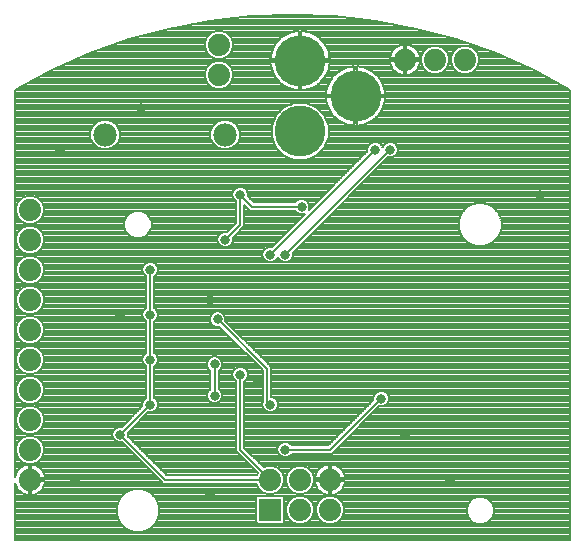
<source format=gbl>
G75*
G70*
%OFA0B0*%
%FSLAX24Y24*%
%IPPOS*%
%LPD*%
%AMOC8*
5,1,8,0,0,1.08239X$1,22.5*
%
%ADD10R,0.0740X0.0740*%
%ADD11C,0.0740*%
%ADD12C,0.1700*%
%ADD13C,0.0780*%
%ADD14C,0.0320*%
%ADD15C,0.0080*%
D10*
X009554Y001601D03*
D11*
X009554Y002601D03*
X010554Y002601D03*
X010554Y001601D03*
X011554Y001601D03*
X011554Y002601D03*
X001554Y002601D03*
X001554Y003601D03*
X001554Y004601D03*
X001554Y005601D03*
X001554Y006601D03*
X001554Y007601D03*
X001554Y008601D03*
X001554Y009601D03*
X001554Y010601D03*
X001554Y011601D03*
X007854Y016101D03*
X007854Y017101D03*
X014054Y016601D03*
X015054Y016601D03*
X016054Y016601D03*
D12*
X012405Y015388D03*
X010554Y014207D03*
X010554Y016569D03*
D13*
X008054Y014101D03*
X004054Y014101D03*
D14*
X005254Y015001D03*
X002554Y013601D03*
X005554Y009601D03*
X005554Y008101D03*
X004554Y008101D03*
X005554Y006601D03*
X005554Y005101D03*
X004554Y004101D03*
X003054Y002601D03*
X007554Y002101D03*
X010054Y003601D03*
X009554Y005101D03*
X009154Y005901D03*
X008554Y006101D03*
X007704Y006451D03*
X007704Y005401D03*
X007804Y007951D03*
X007554Y008601D03*
X008054Y010601D03*
X009554Y010101D03*
X010054Y010101D03*
X010604Y011701D03*
X008554Y012101D03*
X013054Y013601D03*
X013554Y013601D03*
X018554Y012101D03*
X013254Y005301D03*
X014054Y004101D03*
X015554Y002601D03*
D15*
X001054Y002498D02*
X001054Y000601D01*
X019554Y000601D01*
X019554Y015601D01*
X018333Y016253D01*
X017066Y016811D01*
X015760Y017273D01*
X014424Y017634D01*
X013064Y017894D01*
X011688Y018050D01*
X010304Y018102D01*
X008921Y018050D01*
X007545Y017894D01*
X006185Y017634D01*
X004848Y017273D01*
X003543Y016811D01*
X002276Y016253D01*
X001054Y015601D01*
X001054Y002704D01*
X001057Y002720D01*
X001082Y002797D01*
X001118Y002868D01*
X001165Y002933D01*
X001222Y002990D01*
X001287Y003037D01*
X001359Y003073D01*
X001435Y003098D01*
X001514Y003111D01*
X001514Y003111D01*
X001514Y002641D01*
X001594Y002641D01*
X001594Y003111D01*
X001594Y003111D01*
X001674Y003098D01*
X001750Y003073D01*
X001822Y003037D01*
X001887Y002990D01*
X001943Y002933D01*
X001990Y002868D01*
X002027Y002797D01*
X002052Y002720D01*
X002064Y002641D01*
X002064Y002641D01*
X001594Y002641D01*
X001594Y002561D01*
X001594Y002091D01*
X001594Y002091D01*
X001674Y002103D01*
X001750Y002128D01*
X001822Y002165D01*
X001887Y002212D01*
X001943Y002269D01*
X001990Y002333D01*
X002027Y002405D01*
X002052Y002481D01*
X002064Y002561D01*
X001594Y002561D01*
X001514Y002561D01*
X001514Y002091D01*
X001514Y002091D01*
X001435Y002103D01*
X001359Y002128D01*
X001287Y002165D01*
X001222Y002212D01*
X001165Y002269D01*
X001118Y002333D01*
X001082Y002405D01*
X001057Y002481D01*
X001054Y002498D01*
X001054Y002457D02*
X001065Y002457D01*
X001054Y002379D02*
X001095Y002379D01*
X001054Y002300D02*
X001142Y002300D01*
X001212Y002221D02*
X001054Y002221D01*
X001054Y002143D02*
X001330Y002143D01*
X001514Y002143D02*
X001594Y002143D01*
X001594Y002221D02*
X001514Y002221D01*
X001514Y002300D02*
X001594Y002300D01*
X001594Y002379D02*
X001514Y002379D01*
X001514Y002457D02*
X001594Y002457D01*
X001594Y002536D02*
X001514Y002536D01*
X001594Y002614D02*
X005843Y002614D01*
X005914Y002543D02*
X005996Y002461D01*
X009104Y002461D01*
X009156Y002335D01*
X009288Y002202D01*
X009461Y002131D01*
X009648Y002131D01*
X009821Y002202D01*
X009953Y002335D01*
X010024Y002507D01*
X010024Y002694D01*
X009953Y002867D01*
X009821Y002999D01*
X009648Y003071D01*
X009461Y003071D01*
X009335Y003018D01*
X008694Y003659D01*
X008694Y005877D01*
X008702Y005880D01*
X008775Y005954D01*
X008814Y006049D01*
X008814Y006152D01*
X008775Y006248D01*
X008702Y006321D01*
X008606Y006361D01*
X008503Y006361D01*
X008407Y006321D01*
X008334Y006248D01*
X008294Y006152D01*
X008294Y006049D01*
X008334Y005954D01*
X008407Y005880D01*
X008414Y005877D01*
X008414Y003659D01*
X008414Y003543D01*
X009137Y002821D01*
X009104Y002741D01*
X006112Y002741D01*
X004811Y004042D01*
X004814Y004049D01*
X004814Y004152D01*
X004811Y004160D01*
X005495Y004844D01*
X005503Y004841D01*
X005606Y004841D01*
X005702Y004880D01*
X005775Y004954D01*
X005814Y005049D01*
X008414Y005049D01*
X008414Y005128D02*
X005814Y005128D01*
X005814Y005152D02*
X005775Y005248D01*
X005702Y005321D01*
X005694Y005324D01*
X005694Y006377D01*
X005702Y006380D01*
X005775Y006454D01*
X005814Y006549D01*
X005814Y006652D01*
X005775Y006748D01*
X005702Y006821D01*
X005694Y006824D01*
X005694Y007877D01*
X005702Y007880D01*
X005775Y007954D01*
X005814Y008049D01*
X005814Y008152D01*
X005775Y008248D01*
X005702Y008321D01*
X005694Y008324D01*
X005694Y009377D01*
X005702Y009380D01*
X005775Y009454D01*
X005814Y009549D01*
X005814Y009652D01*
X005775Y009748D01*
X005702Y009821D01*
X005606Y009861D01*
X005503Y009861D01*
X005407Y009821D01*
X005334Y009748D01*
X005294Y009652D01*
X005294Y009549D01*
X005334Y009454D01*
X005407Y009380D01*
X005414Y009377D01*
X005414Y008324D01*
X005407Y008321D01*
X005334Y008248D01*
X005294Y008152D01*
X005294Y008049D01*
X005334Y007954D01*
X005407Y007880D01*
X005414Y007877D01*
X005414Y006824D01*
X005407Y006821D01*
X005334Y006748D01*
X005294Y006652D01*
X005294Y006549D01*
X005334Y006454D01*
X005407Y006380D01*
X005414Y006377D01*
X005414Y005324D01*
X005407Y005321D01*
X005334Y005248D01*
X005294Y005152D01*
X005294Y005049D01*
X001700Y005049D01*
X001648Y005071D02*
X001461Y005071D01*
X001288Y004999D01*
X001156Y004867D01*
X001084Y004694D01*
X001084Y004507D01*
X001156Y004335D01*
X001288Y004202D01*
X001461Y004131D01*
X001648Y004131D01*
X001821Y004202D01*
X001953Y004335D01*
X002024Y004507D01*
X002024Y004694D01*
X001953Y004867D01*
X001821Y004999D01*
X001648Y005071D01*
X001648Y005131D02*
X001821Y005202D01*
X001953Y005335D01*
X002024Y005507D01*
X002024Y005694D01*
X001953Y005867D01*
X001821Y005999D01*
X001648Y006071D01*
X001461Y006071D01*
X001288Y005999D01*
X001156Y005867D01*
X001084Y005694D01*
X001084Y005507D01*
X001156Y005335D01*
X001288Y005202D01*
X001461Y005131D01*
X001648Y005131D01*
X001824Y005206D02*
X005317Y005206D01*
X005294Y005128D02*
X001054Y005128D01*
X001054Y005206D02*
X001284Y005206D01*
X001206Y005285D02*
X001054Y005285D01*
X001054Y005363D02*
X001144Y005363D01*
X001111Y005442D02*
X001054Y005442D01*
X001054Y005520D02*
X001084Y005520D01*
X001084Y005599D02*
X001054Y005599D01*
X001054Y005677D02*
X001084Y005677D01*
X001110Y005756D02*
X001054Y005756D01*
X001054Y005834D02*
X001142Y005834D01*
X001202Y005913D02*
X001054Y005913D01*
X001054Y005992D02*
X001280Y005992D01*
X001459Y006070D02*
X001054Y006070D01*
X001054Y006149D02*
X001418Y006149D01*
X001461Y006131D02*
X001288Y006202D01*
X001156Y006335D01*
X001084Y006507D01*
X001084Y006694D01*
X001156Y006867D01*
X001288Y006999D01*
X001461Y007071D01*
X001648Y007071D01*
X001821Y006999D01*
X001953Y006867D01*
X002024Y006694D01*
X002024Y006507D01*
X001953Y006335D01*
X001821Y006202D01*
X001648Y006131D01*
X001461Y006131D01*
X001649Y006070D02*
X005414Y006070D01*
X005414Y005992D02*
X001828Y005992D01*
X001907Y005913D02*
X005414Y005913D01*
X005414Y005834D02*
X001966Y005834D01*
X001999Y005756D02*
X005414Y005756D01*
X005414Y005677D02*
X002024Y005677D01*
X002024Y005599D02*
X005414Y005599D01*
X005414Y005520D02*
X002024Y005520D01*
X001997Y005442D02*
X005414Y005442D01*
X005414Y005363D02*
X001965Y005363D01*
X001903Y005285D02*
X005371Y005285D01*
X005294Y005049D02*
X005297Y005042D01*
X004613Y004358D01*
X004606Y004361D01*
X004503Y004361D01*
X004407Y004321D01*
X004334Y004248D01*
X004294Y004152D01*
X004294Y004049D01*
X004334Y003954D01*
X004407Y003880D01*
X004503Y003841D01*
X004606Y003841D01*
X004613Y003844D01*
X005914Y002543D01*
X005921Y002536D02*
X002060Y002536D01*
X002064Y002561D02*
X002064Y002561D01*
X002044Y002457D02*
X009105Y002457D01*
X009138Y002379D02*
X002013Y002379D01*
X001966Y002300D02*
X009190Y002300D01*
X009269Y002221D02*
X005442Y002221D01*
X005553Y002175D02*
X005290Y002284D01*
X005006Y002284D01*
X004743Y002175D01*
X004542Y001974D01*
X004433Y001712D01*
X004433Y001427D01*
X004542Y001165D01*
X004743Y000964D01*
X005006Y000855D01*
X005290Y000855D01*
X005553Y000964D01*
X005754Y001165D01*
X005863Y001427D01*
X005863Y001712D01*
X005754Y001974D01*
X005553Y002175D01*
X005586Y002143D02*
X009432Y002143D01*
X009143Y002071D02*
X009084Y002012D01*
X009084Y001189D01*
X009143Y001131D01*
X009966Y001131D01*
X010024Y001189D01*
X010024Y002012D01*
X009966Y002071D01*
X009143Y002071D01*
X009136Y002064D02*
X005664Y002064D01*
X005743Y001986D02*
X009084Y001986D01*
X009084Y001907D02*
X005782Y001907D01*
X005814Y001829D02*
X009084Y001829D01*
X009084Y001750D02*
X005847Y001750D01*
X005863Y001672D02*
X009084Y001672D01*
X009084Y001593D02*
X005863Y001593D01*
X005863Y001515D02*
X009084Y001515D01*
X009084Y001436D02*
X005863Y001436D01*
X005834Y001357D02*
X009084Y001357D01*
X009084Y001279D02*
X005801Y001279D01*
X005769Y001200D02*
X009084Y001200D01*
X010024Y001200D02*
X010293Y001200D01*
X010288Y001202D02*
X010461Y001131D01*
X010648Y001131D01*
X010821Y001202D01*
X010953Y001335D01*
X011024Y001507D01*
X011024Y001694D01*
X010953Y001867D01*
X010821Y001999D01*
X010648Y002071D01*
X010461Y002071D01*
X010288Y001999D01*
X010156Y001867D01*
X010084Y001694D01*
X010084Y001507D01*
X010156Y001335D01*
X010288Y001202D01*
X010211Y001279D02*
X010024Y001279D01*
X010024Y001357D02*
X010146Y001357D01*
X010114Y001436D02*
X010024Y001436D01*
X010024Y001515D02*
X010084Y001515D01*
X010084Y001593D02*
X010024Y001593D01*
X010024Y001672D02*
X010084Y001672D01*
X010108Y001750D02*
X010024Y001750D01*
X010024Y001829D02*
X010140Y001829D01*
X010196Y001907D02*
X010024Y001907D01*
X010024Y001986D02*
X010275Y001986D01*
X010445Y002064D02*
X009972Y002064D01*
X009840Y002221D02*
X010269Y002221D01*
X010288Y002202D02*
X010156Y002335D01*
X010084Y002507D01*
X010084Y002694D01*
X010156Y002867D01*
X010288Y002999D01*
X010461Y003071D01*
X010648Y003071D01*
X010821Y002999D01*
X010953Y002867D01*
X011024Y002694D01*
X011024Y002507D01*
X010953Y002335D01*
X010821Y002202D01*
X010648Y002131D01*
X010461Y002131D01*
X010288Y002202D01*
X010190Y002300D02*
X009918Y002300D01*
X009971Y002379D02*
X010138Y002379D01*
X010105Y002457D02*
X010004Y002457D01*
X010024Y002536D02*
X010084Y002536D01*
X010084Y002614D02*
X010024Y002614D01*
X010024Y002693D02*
X010084Y002693D01*
X010116Y002771D02*
X009992Y002771D01*
X009960Y002850D02*
X010149Y002850D01*
X010217Y002928D02*
X009891Y002928D01*
X009802Y003007D02*
X010307Y003007D01*
X010202Y003380D02*
X010275Y003454D01*
X010278Y003461D01*
X011496Y003461D01*
X011612Y003461D01*
X013195Y005044D01*
X013203Y005041D01*
X013306Y005041D01*
X013402Y005080D01*
X013475Y005154D01*
X013514Y005249D01*
X013514Y005352D01*
X013475Y005448D01*
X013402Y005521D01*
X013306Y005561D01*
X013203Y005561D01*
X013107Y005521D01*
X013034Y005448D01*
X012994Y005352D01*
X012994Y005249D01*
X012997Y005242D01*
X011496Y003741D01*
X010278Y003741D01*
X010275Y003748D01*
X010202Y003821D01*
X010106Y003861D01*
X010003Y003861D01*
X009907Y003821D01*
X009834Y003748D01*
X009794Y003652D01*
X009794Y003549D01*
X009834Y003454D01*
X009907Y003380D01*
X010003Y003341D01*
X010106Y003341D01*
X010202Y003380D01*
X010221Y003400D02*
X019554Y003400D01*
X019554Y003478D02*
X011630Y003478D01*
X011708Y003557D02*
X019554Y003557D01*
X019554Y003635D02*
X011787Y003635D01*
X011865Y003714D02*
X019554Y003714D01*
X019554Y003792D02*
X011944Y003792D01*
X012022Y003871D02*
X019554Y003871D01*
X019554Y003949D02*
X012101Y003949D01*
X012179Y004028D02*
X019554Y004028D01*
X019554Y004106D02*
X012258Y004106D01*
X012337Y004185D02*
X019554Y004185D01*
X019554Y004264D02*
X012415Y004264D01*
X012494Y004342D02*
X019554Y004342D01*
X019554Y004421D02*
X012572Y004421D01*
X012651Y004499D02*
X019554Y004499D01*
X019554Y004578D02*
X012729Y004578D01*
X012808Y004656D02*
X019554Y004656D01*
X019554Y004735D02*
X012886Y004735D01*
X012965Y004813D02*
X019554Y004813D01*
X019554Y004892D02*
X013043Y004892D01*
X013122Y004970D02*
X019554Y004970D01*
X019554Y005049D02*
X013326Y005049D01*
X013449Y005128D02*
X019554Y005128D01*
X019554Y005206D02*
X013496Y005206D01*
X013514Y005285D02*
X019554Y005285D01*
X019554Y005363D02*
X013510Y005363D01*
X013477Y005442D02*
X019554Y005442D01*
X019554Y005520D02*
X013402Y005520D01*
X013254Y005301D02*
X011554Y003601D01*
X010054Y003601D01*
X009878Y003792D02*
X008694Y003792D01*
X008694Y003714D02*
X009820Y003714D01*
X009794Y003635D02*
X008718Y003635D01*
X008796Y003557D02*
X009794Y003557D01*
X009824Y003478D02*
X008875Y003478D01*
X008953Y003400D02*
X009888Y003400D01*
X010230Y003792D02*
X011548Y003792D01*
X011626Y003871D02*
X008694Y003871D01*
X008694Y003949D02*
X011705Y003949D01*
X011784Y004028D02*
X008694Y004028D01*
X008694Y004106D02*
X011862Y004106D01*
X011941Y004185D02*
X008694Y004185D01*
X008694Y004264D02*
X012019Y004264D01*
X012098Y004342D02*
X008694Y004342D01*
X008694Y004421D02*
X012176Y004421D01*
X012255Y004499D02*
X008694Y004499D01*
X008694Y004578D02*
X012333Y004578D01*
X012412Y004656D02*
X008694Y004656D01*
X008694Y004735D02*
X012490Y004735D01*
X012569Y004813D02*
X008694Y004813D01*
X008694Y004892D02*
X009395Y004892D01*
X009407Y004880D02*
X009503Y004841D01*
X009606Y004841D01*
X009702Y004880D01*
X009775Y004954D01*
X009814Y005049D01*
X012805Y005049D01*
X012883Y005128D02*
X009814Y005128D01*
X009814Y005152D02*
X009775Y005248D01*
X009702Y005321D01*
X009606Y005361D01*
X009594Y005361D01*
X009594Y006359D01*
X009512Y006441D01*
X008061Y007892D01*
X008064Y007899D01*
X008064Y008002D01*
X008025Y008098D01*
X007952Y008171D01*
X007856Y008211D01*
X007753Y008211D01*
X007657Y008171D01*
X007584Y008098D01*
X007544Y008002D01*
X007544Y007899D01*
X007584Y007804D01*
X007657Y007730D01*
X007753Y007691D01*
X007856Y007691D01*
X007863Y007694D01*
X009314Y006243D01*
X009314Y005259D01*
X009314Y005201D01*
X009294Y005152D01*
X009294Y005049D01*
X008694Y005049D01*
X008694Y005128D02*
X009294Y005128D01*
X009294Y005049D02*
X009334Y004954D01*
X009407Y004880D01*
X009327Y004970D02*
X008694Y004970D01*
X008694Y005206D02*
X009314Y005206D01*
X009314Y005285D02*
X008694Y005285D01*
X008694Y005363D02*
X009314Y005363D01*
X009314Y005442D02*
X008694Y005442D01*
X008694Y005520D02*
X009314Y005520D01*
X009314Y005599D02*
X008694Y005599D01*
X008694Y005677D02*
X009314Y005677D01*
X009314Y005756D02*
X008694Y005756D01*
X008694Y005834D02*
X009314Y005834D01*
X009314Y005913D02*
X008734Y005913D01*
X008790Y005992D02*
X009314Y005992D01*
X009314Y006070D02*
X008814Y006070D01*
X008814Y006149D02*
X009314Y006149D01*
X009314Y006227D02*
X008783Y006227D01*
X008717Y006306D02*
X009251Y006306D01*
X009173Y006384D02*
X007958Y006384D01*
X007964Y006399D02*
X007925Y006304D01*
X007852Y006230D01*
X007844Y006227D01*
X008325Y006227D01*
X008294Y006149D02*
X007844Y006149D01*
X007844Y006227D02*
X007844Y005624D01*
X007852Y005621D01*
X007925Y005548D01*
X007964Y005452D01*
X007964Y005349D01*
X007925Y005254D01*
X007852Y005180D01*
X007756Y005141D01*
X007653Y005141D01*
X007557Y005180D01*
X007484Y005254D01*
X007444Y005349D01*
X007444Y005452D01*
X007484Y005548D01*
X007557Y005621D01*
X007564Y005624D01*
X007564Y006227D01*
X005694Y006227D01*
X005694Y006149D02*
X007564Y006149D01*
X007564Y006227D02*
X007557Y006230D01*
X007484Y006304D01*
X007444Y006399D01*
X007444Y006502D01*
X007484Y006598D01*
X007557Y006671D01*
X007653Y006711D01*
X007756Y006711D01*
X007852Y006671D01*
X007925Y006598D01*
X007964Y006502D01*
X007964Y006399D01*
X007964Y006463D02*
X009094Y006463D01*
X009016Y006541D02*
X007948Y006541D01*
X007903Y006620D02*
X008937Y006620D01*
X008859Y006698D02*
X007786Y006698D01*
X007623Y006698D02*
X005795Y006698D01*
X005814Y006620D02*
X007506Y006620D01*
X007460Y006541D02*
X005811Y006541D01*
X005779Y006463D02*
X007444Y006463D01*
X007450Y006384D02*
X005705Y006384D01*
X005694Y006306D02*
X007483Y006306D01*
X007564Y006070D02*
X005694Y006070D01*
X005694Y005992D02*
X007564Y005992D01*
X007564Y005913D02*
X005694Y005913D01*
X005694Y005834D02*
X007564Y005834D01*
X007564Y005756D02*
X005694Y005756D01*
X005694Y005677D02*
X007564Y005677D01*
X007535Y005599D02*
X005694Y005599D01*
X005694Y005520D02*
X007472Y005520D01*
X007444Y005442D02*
X005694Y005442D01*
X005694Y005363D02*
X007444Y005363D01*
X007471Y005285D02*
X005738Y005285D01*
X005792Y005206D02*
X007531Y005206D01*
X007704Y005401D02*
X007704Y006451D01*
X007926Y006306D02*
X008392Y006306D01*
X008294Y006070D02*
X007844Y006070D01*
X007844Y005992D02*
X008318Y005992D01*
X008374Y005913D02*
X007844Y005913D01*
X007844Y005834D02*
X008414Y005834D01*
X008414Y005756D02*
X007844Y005756D01*
X007844Y005677D02*
X008414Y005677D01*
X008414Y005599D02*
X007874Y005599D01*
X007936Y005520D02*
X008414Y005520D01*
X008414Y005442D02*
X007964Y005442D01*
X007964Y005363D02*
X008414Y005363D01*
X008414Y005285D02*
X007938Y005285D01*
X007877Y005206D02*
X008414Y005206D01*
X008414Y004970D02*
X005782Y004970D01*
X005814Y005049D02*
X005814Y005152D01*
X005554Y005101D02*
X005554Y006601D01*
X005554Y008101D01*
X005554Y009601D01*
X005453Y009840D02*
X001964Y009840D01*
X001953Y009867D02*
X002024Y009694D01*
X002024Y009507D01*
X001953Y009335D01*
X001821Y009202D01*
X001648Y009131D01*
X001461Y009131D01*
X001288Y009202D01*
X001156Y009335D01*
X001084Y009507D01*
X001084Y009694D01*
X001156Y009867D01*
X001288Y009999D01*
X001461Y010071D01*
X001648Y010071D01*
X001821Y009999D01*
X001953Y009867D01*
X001901Y009919D02*
X009369Y009919D01*
X009334Y009954D02*
X009407Y009880D01*
X009503Y009841D01*
X009606Y009841D01*
X009702Y009880D01*
X009775Y009954D01*
X009804Y010025D01*
X009834Y009954D01*
X009907Y009880D01*
X010003Y009841D01*
X010106Y009841D01*
X010202Y009880D01*
X010275Y009954D01*
X010314Y010049D01*
X010314Y010152D01*
X010311Y010160D01*
X013495Y013344D01*
X013503Y013341D01*
X013606Y013341D01*
X013702Y013380D01*
X013775Y013454D01*
X013814Y013549D01*
X013814Y013652D01*
X013775Y013748D01*
X013702Y013821D01*
X013606Y013861D01*
X013503Y013861D01*
X013407Y013821D01*
X013334Y013748D01*
X013304Y013677D01*
X013275Y013748D01*
X013202Y013821D01*
X013106Y013861D01*
X013003Y013861D01*
X012907Y013821D01*
X012834Y013748D01*
X012794Y013652D01*
X012794Y013549D01*
X012797Y013542D01*
X010836Y011580D01*
X010864Y011649D01*
X010864Y011752D01*
X010825Y011848D01*
X010752Y011921D01*
X010656Y011961D01*
X010553Y011961D01*
X010457Y011921D01*
X010384Y011848D01*
X010381Y011841D01*
X009012Y011841D01*
X008811Y012042D01*
X008814Y012049D01*
X008814Y012152D01*
X008775Y012248D01*
X008702Y012321D01*
X008606Y012361D01*
X008503Y012361D01*
X008407Y012321D01*
X008334Y012248D01*
X008294Y012152D01*
X008294Y012049D01*
X008334Y011954D01*
X008407Y011880D01*
X008414Y011877D01*
X008414Y011159D01*
X008113Y010858D01*
X008106Y010861D01*
X008003Y010861D01*
X007907Y010821D01*
X007834Y010748D01*
X007794Y010652D01*
X007794Y010549D01*
X007834Y010454D01*
X007907Y010380D01*
X008003Y010341D01*
X008106Y010341D01*
X008202Y010380D01*
X008275Y010454D01*
X008314Y010549D01*
X008314Y010652D01*
X008311Y010660D01*
X008694Y011043D01*
X008694Y011159D01*
X008694Y011763D01*
X008896Y011561D01*
X009012Y011561D01*
X010381Y011561D01*
X010384Y011554D01*
X010457Y011480D01*
X010553Y011441D01*
X010656Y011441D01*
X010725Y011469D01*
X009613Y010358D01*
X009606Y010361D01*
X009503Y010361D01*
X009407Y010321D01*
X009334Y010248D01*
X009294Y010152D01*
X009294Y010049D01*
X009334Y009954D01*
X009316Y009997D02*
X001823Y009997D01*
X001705Y010154D02*
X009295Y010154D01*
X009294Y010076D02*
X001054Y010076D01*
X001054Y010154D02*
X001404Y010154D01*
X001461Y010131D02*
X001288Y010202D01*
X001156Y010335D01*
X001084Y010507D01*
X001084Y010694D01*
X001156Y010867D01*
X001288Y010999D01*
X001461Y011071D01*
X001648Y011071D01*
X001821Y010999D01*
X001953Y010867D01*
X002024Y010694D01*
X002024Y010507D01*
X001953Y010335D01*
X001821Y010202D01*
X001648Y010131D01*
X001461Y010131D01*
X001286Y009997D02*
X001054Y009997D01*
X001054Y009919D02*
X001208Y009919D01*
X001145Y009840D02*
X001054Y009840D01*
X001054Y009762D02*
X001112Y009762D01*
X001084Y009683D02*
X001054Y009683D01*
X001054Y009605D02*
X001084Y009605D01*
X001084Y009526D02*
X001054Y009526D01*
X001054Y009447D02*
X001109Y009447D01*
X001142Y009369D02*
X001054Y009369D01*
X001054Y009290D02*
X001200Y009290D01*
X001279Y009212D02*
X001054Y009212D01*
X001054Y009133D02*
X001455Y009133D01*
X001461Y009071D02*
X001288Y008999D01*
X001156Y008867D01*
X001084Y008694D01*
X001084Y008507D01*
X001156Y008335D01*
X001288Y008202D01*
X001461Y008131D01*
X001648Y008131D01*
X001821Y008202D01*
X001953Y008335D01*
X002024Y008507D01*
X002024Y008694D01*
X001953Y008867D01*
X001821Y008999D01*
X001648Y009071D01*
X001461Y009071D01*
X001422Y009055D02*
X001054Y009055D01*
X001054Y008976D02*
X001265Y008976D01*
X001186Y008898D02*
X001054Y008898D01*
X001054Y008819D02*
X001136Y008819D01*
X001104Y008741D02*
X001054Y008741D01*
X001054Y008662D02*
X001084Y008662D01*
X001084Y008583D02*
X001054Y008583D01*
X001054Y008505D02*
X001085Y008505D01*
X001054Y008426D02*
X001118Y008426D01*
X001150Y008348D02*
X001054Y008348D01*
X001054Y008269D02*
X001221Y008269D01*
X001316Y008191D02*
X001054Y008191D01*
X001054Y008112D02*
X005294Y008112D01*
X005301Y008034D02*
X001737Y008034D01*
X001821Y007999D02*
X001648Y008071D01*
X001461Y008071D01*
X001288Y007999D01*
X001156Y007867D01*
X001084Y007694D01*
X001084Y007507D01*
X001156Y007335D01*
X001288Y007202D01*
X001461Y007131D01*
X001648Y007131D01*
X001821Y007202D01*
X001953Y007335D01*
X002024Y007507D01*
X002024Y007694D01*
X001953Y007867D01*
X001821Y007999D01*
X001865Y007955D02*
X005333Y007955D01*
X005414Y007877D02*
X001943Y007877D01*
X001981Y007798D02*
X005414Y007798D01*
X005414Y007719D02*
X002014Y007719D01*
X002024Y007641D02*
X005414Y007641D01*
X005414Y007562D02*
X002024Y007562D01*
X002015Y007484D02*
X005414Y007484D01*
X005414Y007405D02*
X001982Y007405D01*
X001945Y007327D02*
X005414Y007327D01*
X005414Y007248D02*
X001866Y007248D01*
X001742Y007170D02*
X005414Y007170D01*
X005414Y007091D02*
X001054Y007091D01*
X001054Y007013D02*
X001320Y007013D01*
X001223Y006934D02*
X001054Y006934D01*
X001054Y006856D02*
X001151Y006856D01*
X001119Y006777D02*
X001054Y006777D01*
X001054Y006698D02*
X001086Y006698D01*
X001084Y006620D02*
X001054Y006620D01*
X001054Y006541D02*
X001084Y006541D01*
X001103Y006463D02*
X001054Y006463D01*
X001054Y006384D02*
X001135Y006384D01*
X001185Y006306D02*
X001054Y006306D01*
X001054Y006227D02*
X001263Y006227D01*
X001691Y006149D02*
X005414Y006149D01*
X005414Y006227D02*
X001845Y006227D01*
X001924Y006306D02*
X005414Y006306D01*
X005403Y006384D02*
X001973Y006384D01*
X002006Y006463D02*
X005330Y006463D01*
X005298Y006541D02*
X002024Y006541D01*
X002024Y006620D02*
X005294Y006620D01*
X005313Y006698D02*
X002023Y006698D01*
X001990Y006777D02*
X005363Y006777D01*
X005414Y006856D02*
X001958Y006856D01*
X001886Y006934D02*
X005414Y006934D01*
X005414Y007013D02*
X001788Y007013D01*
X001367Y007170D02*
X001054Y007170D01*
X001054Y007248D02*
X001242Y007248D01*
X001164Y007327D02*
X001054Y007327D01*
X001054Y007405D02*
X001127Y007405D01*
X001094Y007484D02*
X001054Y007484D01*
X001054Y007562D02*
X001084Y007562D01*
X001084Y007641D02*
X001054Y007641D01*
X001054Y007719D02*
X001095Y007719D01*
X001127Y007798D02*
X001054Y007798D01*
X001054Y007877D02*
X001165Y007877D01*
X001244Y007955D02*
X001054Y007955D01*
X001054Y008034D02*
X001371Y008034D01*
X001793Y008191D02*
X005310Y008191D01*
X005355Y008269D02*
X001888Y008269D01*
X001958Y008348D02*
X005414Y008348D01*
X005414Y008426D02*
X001991Y008426D01*
X002023Y008505D02*
X005414Y008505D01*
X005414Y008583D02*
X002024Y008583D01*
X002024Y008662D02*
X005414Y008662D01*
X005414Y008741D02*
X002005Y008741D01*
X001973Y008819D02*
X005414Y008819D01*
X005414Y008898D02*
X001922Y008898D01*
X001844Y008976D02*
X005414Y008976D01*
X005414Y009055D02*
X001686Y009055D01*
X001654Y009133D02*
X005414Y009133D01*
X005414Y009212D02*
X001830Y009212D01*
X001909Y009290D02*
X005414Y009290D01*
X005414Y009369D02*
X001967Y009369D01*
X001999Y009447D02*
X005340Y009447D01*
X005304Y009526D02*
X002024Y009526D01*
X002024Y009605D02*
X005294Y009605D01*
X005307Y009683D02*
X002024Y009683D01*
X001996Y009762D02*
X005347Y009762D01*
X005656Y009840D02*
X019554Y009840D01*
X019554Y009762D02*
X005761Y009762D01*
X005802Y009683D02*
X019554Y009683D01*
X019554Y009605D02*
X005814Y009605D01*
X005805Y009526D02*
X019554Y009526D01*
X019554Y009447D02*
X005769Y009447D01*
X005694Y009369D02*
X019554Y009369D01*
X019554Y009290D02*
X005694Y009290D01*
X005694Y009212D02*
X019554Y009212D01*
X019554Y009133D02*
X005694Y009133D01*
X005694Y009055D02*
X019554Y009055D01*
X019554Y008976D02*
X005694Y008976D01*
X005694Y008898D02*
X019554Y008898D01*
X019554Y008819D02*
X005694Y008819D01*
X005694Y008741D02*
X019554Y008741D01*
X019554Y008662D02*
X005694Y008662D01*
X005694Y008583D02*
X019554Y008583D01*
X019554Y008505D02*
X005694Y008505D01*
X005694Y008426D02*
X019554Y008426D01*
X019554Y008348D02*
X005694Y008348D01*
X005753Y008269D02*
X019554Y008269D01*
X019554Y008191D02*
X007904Y008191D01*
X008011Y008112D02*
X019554Y008112D01*
X019554Y008034D02*
X008051Y008034D01*
X008064Y007955D02*
X019554Y007955D01*
X019554Y007877D02*
X008076Y007877D01*
X008155Y007798D02*
X019554Y007798D01*
X019554Y007719D02*
X008234Y007719D01*
X008312Y007641D02*
X019554Y007641D01*
X019554Y007562D02*
X008391Y007562D01*
X008469Y007484D02*
X019554Y007484D01*
X019554Y007405D02*
X008548Y007405D01*
X008626Y007327D02*
X019554Y007327D01*
X019554Y007248D02*
X008705Y007248D01*
X008783Y007170D02*
X019554Y007170D01*
X019554Y007091D02*
X008862Y007091D01*
X008940Y007013D02*
X019554Y007013D01*
X019554Y006934D02*
X009019Y006934D01*
X009098Y006856D02*
X019554Y006856D01*
X019554Y006777D02*
X009176Y006777D01*
X009255Y006698D02*
X019554Y006698D01*
X019554Y006620D02*
X009333Y006620D01*
X009412Y006541D02*
X019554Y006541D01*
X019554Y006463D02*
X009490Y006463D01*
X009569Y006384D02*
X019554Y006384D01*
X019554Y006306D02*
X009594Y006306D01*
X009594Y006227D02*
X019554Y006227D01*
X019554Y006149D02*
X009594Y006149D01*
X009594Y006070D02*
X019554Y006070D01*
X019554Y005992D02*
X009594Y005992D01*
X009594Y005913D02*
X019554Y005913D01*
X019554Y005834D02*
X009594Y005834D01*
X009594Y005756D02*
X019554Y005756D01*
X019554Y005677D02*
X009594Y005677D01*
X009594Y005599D02*
X019554Y005599D01*
X019554Y003321D02*
X009032Y003321D01*
X009111Y003243D02*
X019554Y003243D01*
X019554Y003164D02*
X009189Y003164D01*
X009268Y003085D02*
X011396Y003085D01*
X011359Y003073D02*
X011287Y003037D01*
X011222Y002990D01*
X011165Y002933D01*
X011118Y002868D01*
X011082Y002797D01*
X011057Y002720D01*
X011044Y002641D01*
X011044Y002641D01*
X011514Y002641D01*
X011514Y002561D01*
X011044Y002561D01*
X011044Y002561D01*
X011057Y002481D01*
X011082Y002405D01*
X011118Y002333D01*
X011165Y002269D01*
X011222Y002212D01*
X011287Y002165D01*
X011359Y002128D01*
X011435Y002103D01*
X011514Y002091D01*
X011514Y002091D01*
X011514Y002561D01*
X011594Y002561D01*
X011594Y002091D01*
X011594Y002091D01*
X011674Y002103D01*
X011750Y002128D01*
X011822Y002165D01*
X011887Y002212D01*
X011943Y002269D01*
X011990Y002333D01*
X012027Y002405D01*
X012052Y002481D01*
X012064Y002561D01*
X011594Y002561D01*
X011594Y002641D01*
X011514Y002641D01*
X011514Y003111D01*
X011435Y003098D01*
X011359Y003073D01*
X011246Y003007D02*
X010802Y003007D01*
X010891Y002928D02*
X011162Y002928D01*
X011109Y002850D02*
X010960Y002850D01*
X010992Y002771D02*
X011074Y002771D01*
X011053Y002693D02*
X011024Y002693D01*
X011024Y002614D02*
X011514Y002614D01*
X011514Y002536D02*
X011594Y002536D01*
X011594Y002614D02*
X019554Y002614D01*
X019554Y002536D02*
X012060Y002536D01*
X012064Y002561D02*
X012064Y002561D01*
X012064Y002641D02*
X012064Y002641D01*
X012052Y002720D01*
X012027Y002797D01*
X011990Y002868D01*
X011943Y002933D01*
X011887Y002990D01*
X011822Y003037D01*
X011750Y003073D01*
X011674Y003098D01*
X011594Y003111D01*
X011594Y002641D01*
X012064Y002641D01*
X012056Y002693D02*
X019554Y002693D01*
X019554Y002771D02*
X012035Y002771D01*
X012000Y002850D02*
X019554Y002850D01*
X019554Y002928D02*
X011947Y002928D01*
X011863Y003007D02*
X019554Y003007D01*
X019554Y003085D02*
X011713Y003085D01*
X011594Y003085D02*
X011514Y003085D01*
X011514Y003111D02*
X011514Y003111D01*
X011594Y003111D02*
X011594Y003111D01*
X011594Y003007D02*
X011514Y003007D01*
X011514Y002928D02*
X011594Y002928D01*
X011594Y002850D02*
X011514Y002850D01*
X011514Y002771D02*
X011594Y002771D01*
X011594Y002693D02*
X011514Y002693D01*
X011514Y002457D02*
X011594Y002457D01*
X011594Y002379D02*
X011514Y002379D01*
X011514Y002300D02*
X011594Y002300D01*
X011594Y002221D02*
X011514Y002221D01*
X011514Y002143D02*
X011594Y002143D01*
X011648Y002071D02*
X011461Y002071D01*
X011288Y001999D01*
X011156Y001867D01*
X011084Y001694D01*
X011084Y001507D01*
X011156Y001335D01*
X011288Y001202D01*
X011461Y001131D01*
X011648Y001131D01*
X011821Y001202D01*
X011953Y001335D01*
X012024Y001507D01*
X012024Y001694D01*
X011953Y001867D01*
X011821Y001999D01*
X011648Y002071D01*
X011663Y002064D02*
X019554Y002064D01*
X019554Y001986D02*
X016732Y001986D01*
X016811Y001953D02*
X016644Y002022D01*
X016464Y002022D01*
X016298Y001953D01*
X016171Y001826D01*
X016102Y001660D01*
X016102Y001479D01*
X016171Y001313D01*
X016298Y001186D01*
X016464Y001117D01*
X016644Y001117D01*
X016811Y001186D01*
X016938Y001313D01*
X017007Y001479D01*
X017007Y001660D01*
X016938Y001826D01*
X016811Y001953D01*
X016856Y001907D02*
X019554Y001907D01*
X019554Y001829D02*
X016935Y001829D01*
X016969Y001750D02*
X019554Y001750D01*
X019554Y001672D02*
X017002Y001672D01*
X017007Y001593D02*
X019554Y001593D01*
X019554Y001515D02*
X017007Y001515D01*
X016989Y001436D02*
X019554Y001436D01*
X019554Y001357D02*
X016956Y001357D01*
X016904Y001279D02*
X019554Y001279D01*
X019554Y001200D02*
X016825Y001200D01*
X016656Y001122D02*
X019554Y001122D01*
X019554Y001043D02*
X005633Y001043D01*
X005554Y000965D02*
X019554Y000965D01*
X019554Y000886D02*
X005366Y000886D01*
X005711Y001122D02*
X016453Y001122D01*
X016284Y001200D02*
X011816Y001200D01*
X011897Y001279D02*
X016205Y001279D01*
X016152Y001357D02*
X011962Y001357D01*
X011995Y001436D02*
X016120Y001436D01*
X016102Y001515D02*
X012024Y001515D01*
X012024Y001593D02*
X016102Y001593D01*
X016107Y001672D02*
X012024Y001672D01*
X012001Y001750D02*
X016139Y001750D01*
X016174Y001829D02*
X011969Y001829D01*
X011912Y001907D02*
X016252Y001907D01*
X016377Y001986D02*
X011834Y001986D01*
X011779Y002143D02*
X019554Y002143D01*
X019554Y002221D02*
X011896Y002221D01*
X011966Y002300D02*
X019554Y002300D01*
X019554Y002379D02*
X012013Y002379D01*
X012044Y002457D02*
X019554Y002457D01*
X019554Y000808D02*
X001054Y000808D01*
X001054Y000886D02*
X004930Y000886D01*
X004742Y000965D02*
X001054Y000965D01*
X001054Y001043D02*
X004663Y001043D01*
X004585Y001122D02*
X001054Y001122D01*
X001054Y001200D02*
X004527Y001200D01*
X004495Y001279D02*
X001054Y001279D01*
X001054Y001357D02*
X004462Y001357D01*
X004433Y001436D02*
X001054Y001436D01*
X001054Y001515D02*
X004433Y001515D01*
X004433Y001593D02*
X001054Y001593D01*
X001054Y001672D02*
X004433Y001672D01*
X004449Y001750D02*
X001054Y001750D01*
X001054Y001829D02*
X004482Y001829D01*
X004514Y001907D02*
X001054Y001907D01*
X001054Y001986D02*
X004554Y001986D01*
X004632Y002064D02*
X001054Y002064D01*
X001054Y002771D02*
X001074Y002771D01*
X001054Y002850D02*
X001109Y002850D01*
X001162Y002928D02*
X001054Y002928D01*
X001054Y003007D02*
X001246Y003007D01*
X001396Y003085D02*
X001054Y003085D01*
X001054Y003164D02*
X001381Y003164D01*
X001461Y003131D02*
X001288Y003202D01*
X001156Y003335D01*
X001084Y003507D01*
X001084Y003694D01*
X001156Y003867D01*
X001288Y003999D01*
X001461Y004071D01*
X001648Y004071D01*
X001821Y003999D01*
X001953Y003867D01*
X002024Y003694D01*
X002024Y003507D01*
X001953Y003335D01*
X001821Y003202D01*
X001648Y003131D01*
X001461Y003131D01*
X001514Y003085D02*
X001594Y003085D01*
X001594Y003007D02*
X001514Y003007D01*
X001514Y002928D02*
X001594Y002928D01*
X001594Y002850D02*
X001514Y002850D01*
X001514Y002771D02*
X001594Y002771D01*
X001594Y002693D02*
X001514Y002693D01*
X001713Y003085D02*
X005372Y003085D01*
X005450Y003007D02*
X001863Y003007D01*
X001947Y002928D02*
X005529Y002928D01*
X005607Y002850D02*
X002000Y002850D01*
X002035Y002771D02*
X005686Y002771D01*
X005764Y002693D02*
X002056Y002693D01*
X001896Y002221D02*
X004854Y002221D01*
X004711Y002143D02*
X001779Y002143D01*
X001728Y003164D02*
X005293Y003164D01*
X005215Y003243D02*
X001861Y003243D01*
X001939Y003321D02*
X005136Y003321D01*
X005057Y003400D02*
X001980Y003400D01*
X002012Y003478D02*
X004979Y003478D01*
X004900Y003557D02*
X002024Y003557D01*
X002024Y003635D02*
X004822Y003635D01*
X004743Y003714D02*
X002016Y003714D01*
X001984Y003792D02*
X004665Y003792D01*
X004430Y003871D02*
X001949Y003871D01*
X001870Y003949D02*
X004338Y003949D01*
X004303Y004028D02*
X001751Y004028D01*
X001779Y004185D02*
X004308Y004185D01*
X004294Y004106D02*
X001054Y004106D01*
X001054Y004028D02*
X001357Y004028D01*
X001238Y003949D02*
X001054Y003949D01*
X001054Y003871D02*
X001160Y003871D01*
X001125Y003792D02*
X001054Y003792D01*
X001054Y003714D02*
X001092Y003714D01*
X001084Y003635D02*
X001054Y003635D01*
X001054Y003557D02*
X001084Y003557D01*
X001096Y003478D02*
X001054Y003478D01*
X001054Y003400D02*
X001129Y003400D01*
X001169Y003321D02*
X001054Y003321D01*
X001054Y003243D02*
X001248Y003243D01*
X001330Y004185D02*
X001054Y004185D01*
X001054Y004264D02*
X001227Y004264D01*
X001153Y004342D02*
X001054Y004342D01*
X001054Y004421D02*
X001120Y004421D01*
X001088Y004499D02*
X001054Y004499D01*
X001054Y004578D02*
X001084Y004578D01*
X001084Y004656D02*
X001054Y004656D01*
X001054Y004735D02*
X001101Y004735D01*
X001134Y004813D02*
X001054Y004813D01*
X001054Y004892D02*
X001181Y004892D01*
X001259Y004970D02*
X001054Y004970D01*
X001054Y005049D02*
X001408Y005049D01*
X001849Y004970D02*
X005226Y004970D01*
X005148Y004892D02*
X001928Y004892D01*
X001975Y004813D02*
X005069Y004813D01*
X004990Y004735D02*
X002008Y004735D01*
X002024Y004656D02*
X004912Y004656D01*
X004833Y004578D02*
X002024Y004578D01*
X002021Y004499D02*
X004755Y004499D01*
X004676Y004421D02*
X001988Y004421D01*
X001956Y004342D02*
X004458Y004342D01*
X004349Y004264D02*
X001882Y004264D01*
X004554Y004101D02*
X005554Y005101D01*
X005713Y004892D02*
X008414Y004892D01*
X008414Y004813D02*
X005465Y004813D01*
X005386Y004735D02*
X008414Y004735D01*
X008414Y004656D02*
X005308Y004656D01*
X005229Y004578D02*
X008414Y004578D01*
X008414Y004499D02*
X005151Y004499D01*
X005072Y004421D02*
X008414Y004421D01*
X008414Y004342D02*
X004994Y004342D01*
X004915Y004264D02*
X008414Y004264D01*
X008414Y004185D02*
X004837Y004185D01*
X004814Y004106D02*
X008414Y004106D01*
X008414Y004028D02*
X004825Y004028D01*
X004904Y003949D02*
X008414Y003949D01*
X008414Y003871D02*
X004982Y003871D01*
X005061Y003792D02*
X008414Y003792D01*
X008414Y003714D02*
X005139Y003714D01*
X005218Y003635D02*
X008414Y003635D01*
X008414Y003557D02*
X005296Y003557D01*
X005375Y003478D02*
X008479Y003478D01*
X008557Y003400D02*
X005453Y003400D01*
X005532Y003321D02*
X008636Y003321D01*
X008715Y003243D02*
X005611Y003243D01*
X005689Y003164D02*
X008793Y003164D01*
X008872Y003085D02*
X005768Y003085D01*
X005846Y003007D02*
X008950Y003007D01*
X009029Y002928D02*
X005925Y002928D01*
X006003Y002850D02*
X009107Y002850D01*
X009116Y002771D02*
X006082Y002771D01*
X006054Y002601D02*
X009554Y002601D01*
X008554Y003601D01*
X008554Y006101D01*
X008780Y006777D02*
X005746Y006777D01*
X005694Y006856D02*
X008702Y006856D01*
X008623Y006934D02*
X005694Y006934D01*
X005694Y007013D02*
X008544Y007013D01*
X008466Y007091D02*
X005694Y007091D01*
X005694Y007170D02*
X008387Y007170D01*
X008309Y007248D02*
X005694Y007248D01*
X005694Y007327D02*
X008230Y007327D01*
X008152Y007405D02*
X005694Y007405D01*
X005694Y007484D02*
X008073Y007484D01*
X007995Y007562D02*
X005694Y007562D01*
X005694Y007641D02*
X007916Y007641D01*
X007683Y007719D02*
X005694Y007719D01*
X005694Y007798D02*
X007589Y007798D01*
X007554Y007877D02*
X005694Y007877D01*
X005775Y007955D02*
X007544Y007955D01*
X007557Y008034D02*
X005808Y008034D01*
X005814Y008112D02*
X007598Y008112D01*
X007704Y008191D02*
X005798Y008191D01*
X007804Y007951D02*
X009454Y006301D01*
X009454Y005201D01*
X009554Y005101D01*
X009738Y005285D02*
X012994Y005285D01*
X012999Y005363D02*
X009594Y005363D01*
X009594Y005442D02*
X013031Y005442D01*
X013106Y005520D02*
X009594Y005520D01*
X009792Y005206D02*
X012962Y005206D01*
X012726Y004970D02*
X009782Y004970D01*
X009814Y005049D02*
X009814Y005152D01*
X009713Y004892D02*
X012648Y004892D01*
X011048Y002536D02*
X011024Y002536D01*
X011004Y002457D02*
X011065Y002457D01*
X011095Y002379D02*
X010971Y002379D01*
X010918Y002300D02*
X011142Y002300D01*
X011212Y002221D02*
X010840Y002221D01*
X010677Y002143D02*
X011330Y002143D01*
X011445Y002064D02*
X010663Y002064D01*
X010834Y001986D02*
X011275Y001986D01*
X011196Y001907D02*
X010912Y001907D01*
X010969Y001829D02*
X011140Y001829D01*
X011108Y001750D02*
X011001Y001750D01*
X011024Y001672D02*
X011084Y001672D01*
X011084Y001593D02*
X011024Y001593D01*
X011024Y001515D02*
X011084Y001515D01*
X011114Y001436D02*
X010995Y001436D01*
X010962Y001357D02*
X011146Y001357D01*
X011211Y001279D02*
X010897Y001279D01*
X010816Y001200D02*
X011293Y001200D01*
X010432Y002143D02*
X009677Y002143D01*
X006054Y002601D02*
X004554Y004101D01*
X001054Y000729D02*
X019554Y000729D01*
X019554Y000651D02*
X001054Y000651D01*
X009740Y009919D02*
X009869Y009919D01*
X009816Y009997D02*
X009793Y009997D01*
X009554Y010101D02*
X013054Y013601D01*
X012794Y013610D02*
X011301Y013610D01*
X011360Y013669D02*
X011504Y014018D01*
X011504Y014396D01*
X011360Y014745D01*
X011092Y015012D01*
X010743Y015157D01*
X010365Y015157D01*
X010016Y015012D01*
X009749Y014745D01*
X009604Y014396D01*
X009604Y014018D01*
X009749Y013669D01*
X010016Y013402D01*
X010365Y013257D01*
X010743Y013257D01*
X011092Y013402D01*
X011360Y013669D01*
X011368Y013689D02*
X012809Y013689D01*
X012853Y013767D02*
X011400Y013767D01*
X011433Y013846D02*
X012967Y013846D01*
X013142Y013846D02*
X013467Y013846D01*
X013353Y013767D02*
X013255Y013767D01*
X013299Y013689D02*
X013309Y013689D01*
X013554Y013601D02*
X010054Y010101D01*
X010240Y009919D02*
X019554Y009919D01*
X019554Y009997D02*
X010293Y009997D01*
X010314Y010076D02*
X019554Y010076D01*
X019554Y010154D02*
X010314Y010154D01*
X010384Y010233D02*
X019554Y010233D01*
X019554Y010311D02*
X010463Y010311D01*
X010541Y010390D02*
X016403Y010390D01*
X016412Y010386D02*
X016696Y010386D01*
X016959Y010495D01*
X017160Y010696D01*
X017269Y010959D01*
X017269Y011243D01*
X017160Y011506D01*
X016959Y011707D01*
X016696Y011816D01*
X016412Y011816D01*
X016149Y011707D01*
X015948Y011506D01*
X015840Y011243D01*
X015840Y010959D01*
X015948Y010696D01*
X016149Y010495D01*
X016412Y010386D01*
X016213Y010469D02*
X010620Y010469D01*
X010699Y010547D02*
X016097Y010547D01*
X016019Y010626D02*
X010777Y010626D01*
X010856Y010704D02*
X015945Y010704D01*
X015912Y010783D02*
X010934Y010783D01*
X011013Y010861D02*
X015880Y010861D01*
X015847Y010940D02*
X011091Y010940D01*
X011170Y011018D02*
X015840Y011018D01*
X015840Y011097D02*
X011248Y011097D01*
X011327Y011175D02*
X015840Y011175D01*
X015844Y011254D02*
X011405Y011254D01*
X011484Y011332D02*
X015877Y011332D01*
X015909Y011411D02*
X011563Y011411D01*
X011641Y011490D02*
X015942Y011490D01*
X016011Y011568D02*
X011720Y011568D01*
X011798Y011647D02*
X016089Y011647D01*
X016194Y011725D02*
X011877Y011725D01*
X011955Y011804D02*
X016384Y011804D01*
X016725Y011804D02*
X019554Y011804D01*
X019554Y011882D02*
X012034Y011882D01*
X012112Y011961D02*
X019554Y011961D01*
X019554Y012039D02*
X012191Y012039D01*
X012269Y012118D02*
X019554Y012118D01*
X019554Y012196D02*
X012348Y012196D01*
X012426Y012275D02*
X019554Y012275D01*
X019554Y012354D02*
X012505Y012354D01*
X012584Y012432D02*
X019554Y012432D01*
X019554Y012511D02*
X012662Y012511D01*
X012741Y012589D02*
X019554Y012589D01*
X019554Y012668D02*
X012819Y012668D01*
X012898Y012746D02*
X019554Y012746D01*
X019554Y012825D02*
X012976Y012825D01*
X013055Y012903D02*
X019554Y012903D01*
X019554Y012982D02*
X013133Y012982D01*
X013212Y013060D02*
X019554Y013060D01*
X019554Y013139D02*
X013290Y013139D01*
X013369Y013218D02*
X019554Y013218D01*
X019554Y013296D02*
X013448Y013296D01*
X013688Y013375D02*
X019554Y013375D01*
X019554Y013453D02*
X013774Y013453D01*
X013807Y013532D02*
X019554Y013532D01*
X019554Y013610D02*
X013814Y013610D01*
X013799Y013689D02*
X019554Y013689D01*
X019554Y013767D02*
X013755Y013767D01*
X013642Y013846D02*
X019554Y013846D01*
X019554Y013924D02*
X011465Y013924D01*
X011498Y014003D02*
X019554Y014003D01*
X019554Y014081D02*
X011504Y014081D01*
X011504Y014160D02*
X019554Y014160D01*
X019554Y014239D02*
X011504Y014239D01*
X011504Y014317D02*
X019554Y014317D01*
X019554Y014396D02*
X011504Y014396D01*
X011472Y014474D02*
X012021Y014474D01*
X012025Y014472D02*
X012130Y014435D01*
X012239Y014411D01*
X012349Y014398D01*
X012365Y014398D01*
X012365Y015348D01*
X012445Y015348D01*
X012445Y015428D01*
X013395Y015428D01*
X013395Y015444D01*
X013382Y015554D01*
X013357Y015663D01*
X013321Y015768D01*
X013273Y015868D01*
X013213Y015962D01*
X013144Y016049D01*
X013065Y016128D01*
X012979Y016197D01*
X012884Y016256D01*
X012784Y016304D01*
X012679Y016341D01*
X012571Y016366D01*
X012460Y016378D01*
X012445Y016378D01*
X012445Y015428D01*
X012365Y015428D01*
X012365Y016378D01*
X012349Y016378D01*
X012239Y016366D01*
X012130Y016341D01*
X012025Y016304D01*
X011925Y016256D01*
X011831Y016197D01*
X011744Y016128D01*
X011665Y016049D01*
X011596Y015962D01*
X011537Y015868D01*
X011489Y015768D01*
X011452Y015663D01*
X011427Y015554D01*
X011415Y015444D01*
X011415Y015428D01*
X012365Y015428D01*
X012365Y015348D01*
X011415Y015348D01*
X011415Y015333D01*
X011427Y015222D01*
X011452Y015114D01*
X011489Y015009D01*
X011537Y014909D01*
X011596Y014814D01*
X011665Y014727D01*
X011744Y014649D01*
X011831Y014579D01*
X011925Y014520D01*
X012025Y014472D01*
X011873Y014553D02*
X011439Y014553D01*
X011407Y014631D02*
X011766Y014631D01*
X011683Y014710D02*
X011374Y014710D01*
X011316Y014788D02*
X011617Y014788D01*
X011563Y014867D02*
X011238Y014867D01*
X011159Y014945D02*
X011519Y014945D01*
X011483Y015024D02*
X011065Y015024D01*
X010875Y015103D02*
X011456Y015103D01*
X011436Y015181D02*
X001054Y015181D01*
X001054Y015103D02*
X010234Y015103D01*
X010044Y015024D02*
X001054Y015024D01*
X001054Y014945D02*
X009949Y014945D01*
X009871Y014867D02*
X001054Y014867D01*
X001054Y014788D02*
X009792Y014788D01*
X009734Y014710D02*
X001054Y014710D01*
X001054Y014631D02*
X009702Y014631D01*
X009669Y014553D02*
X008244Y014553D01*
X008332Y014516D02*
X008152Y014591D01*
X007957Y014591D01*
X007777Y014516D01*
X007639Y014378D01*
X007564Y014198D01*
X007564Y014003D01*
X004544Y014003D01*
X004470Y013823D01*
X004332Y013685D01*
X004152Y013611D01*
X003957Y013611D01*
X003777Y013685D01*
X003639Y013823D01*
X003564Y014003D01*
X001054Y014003D01*
X001054Y014081D02*
X003564Y014081D01*
X003564Y014003D02*
X003564Y014198D01*
X003639Y014378D01*
X003777Y014516D01*
X003957Y014591D01*
X004152Y014591D01*
X004332Y014516D01*
X004470Y014378D01*
X004544Y014198D01*
X004544Y014003D01*
X004544Y014081D02*
X007564Y014081D01*
X007564Y014003D02*
X007639Y013823D01*
X007777Y013685D01*
X007957Y013611D01*
X008152Y013611D01*
X008332Y013685D01*
X008470Y013823D01*
X008544Y014003D01*
X009611Y014003D01*
X009604Y014081D02*
X008544Y014081D01*
X008544Y014003D02*
X008544Y014198D01*
X008470Y014378D01*
X008332Y014516D01*
X008374Y014474D02*
X009637Y014474D01*
X009604Y014396D02*
X008452Y014396D01*
X008495Y014317D02*
X009604Y014317D01*
X009604Y014239D02*
X008528Y014239D01*
X008544Y014160D02*
X009604Y014160D01*
X009643Y013924D02*
X008512Y013924D01*
X008479Y013846D02*
X009676Y013846D01*
X009708Y013767D02*
X008414Y013767D01*
X008335Y013689D02*
X009741Y013689D01*
X009808Y013610D02*
X001054Y013610D01*
X001054Y013532D02*
X009886Y013532D01*
X009965Y013453D02*
X001054Y013453D01*
X001054Y013375D02*
X010082Y013375D01*
X010271Y013296D02*
X001054Y013296D01*
X001054Y013218D02*
X012473Y013218D01*
X012552Y013296D02*
X010837Y013296D01*
X011027Y013375D02*
X012630Y013375D01*
X012709Y013453D02*
X011144Y013453D01*
X011222Y013532D02*
X012787Y013532D01*
X012395Y013139D02*
X001054Y013139D01*
X001054Y013060D02*
X012316Y013060D01*
X012237Y012982D02*
X001054Y012982D01*
X001054Y012903D02*
X012159Y012903D01*
X012080Y012825D02*
X001054Y012825D01*
X001054Y012746D02*
X012002Y012746D01*
X011923Y012668D02*
X001054Y012668D01*
X001054Y012589D02*
X011845Y012589D01*
X011766Y012511D02*
X001054Y012511D01*
X001054Y012432D02*
X011688Y012432D01*
X011609Y012354D02*
X008623Y012354D01*
X008485Y012354D02*
X001054Y012354D01*
X001054Y012275D02*
X008361Y012275D01*
X008313Y012196D02*
X001054Y012196D01*
X001054Y012118D02*
X008294Y012118D01*
X008298Y012039D02*
X001724Y012039D01*
X001648Y012071D02*
X001821Y011999D01*
X001953Y011867D01*
X002024Y011694D01*
X002024Y011507D01*
X001953Y011335D01*
X001821Y011202D01*
X001648Y011131D01*
X001461Y011131D01*
X001288Y011202D01*
X001156Y011335D01*
X001084Y011507D01*
X001084Y011694D01*
X001156Y011867D01*
X001288Y011999D01*
X001461Y012071D01*
X001648Y012071D01*
X001859Y011961D02*
X008331Y011961D01*
X008405Y011882D02*
X001937Y011882D01*
X001979Y011804D02*
X008414Y011804D01*
X008414Y011725D02*
X002011Y011725D01*
X002024Y011647D02*
X008414Y011647D01*
X008414Y011568D02*
X002024Y011568D01*
X002017Y011490D02*
X004904Y011490D01*
X004892Y011484D02*
X004764Y011357D01*
X004696Y011191D01*
X004696Y011011D01*
X004764Y010844D01*
X004892Y010717D01*
X005058Y010648D01*
X005238Y010648D01*
X005404Y010717D01*
X005532Y010844D01*
X005601Y011011D01*
X005601Y011191D01*
X005532Y011357D01*
X005404Y011484D01*
X005238Y011553D01*
X005058Y011553D01*
X004892Y011484D01*
X004818Y011411D02*
X001984Y011411D01*
X001951Y011332D02*
X004754Y011332D01*
X004722Y011254D02*
X001872Y011254D01*
X001756Y011175D02*
X004696Y011175D01*
X004696Y011097D02*
X001054Y011097D01*
X001054Y011175D02*
X001353Y011175D01*
X001236Y011254D02*
X001054Y011254D01*
X001054Y011332D02*
X001158Y011332D01*
X001124Y011411D02*
X001054Y011411D01*
X001054Y011490D02*
X001092Y011490D01*
X001084Y011568D02*
X001054Y011568D01*
X001054Y011647D02*
X001084Y011647D01*
X001097Y011725D02*
X001054Y011725D01*
X001054Y011804D02*
X001130Y011804D01*
X001171Y011882D02*
X001054Y011882D01*
X001054Y011961D02*
X001250Y011961D01*
X001385Y012039D02*
X001054Y012039D01*
X001054Y011018D02*
X001334Y011018D01*
X001229Y010940D02*
X001054Y010940D01*
X001054Y010861D02*
X001154Y010861D01*
X001121Y010783D02*
X001054Y010783D01*
X001054Y010704D02*
X001088Y010704D01*
X001084Y010626D02*
X001054Y010626D01*
X001054Y010547D02*
X001084Y010547D01*
X001100Y010469D02*
X001054Y010469D01*
X001054Y010390D02*
X001133Y010390D01*
X001179Y010311D02*
X001054Y010311D01*
X001054Y010233D02*
X001258Y010233D01*
X001851Y010233D02*
X009328Y010233D01*
X009397Y010311D02*
X001930Y010311D01*
X001976Y010390D02*
X007897Y010390D01*
X007828Y010469D02*
X002008Y010469D01*
X002024Y010547D02*
X007795Y010547D01*
X007794Y010626D02*
X002024Y010626D01*
X002020Y010704D02*
X004923Y010704D01*
X004826Y010783D02*
X001988Y010783D01*
X001955Y010861D02*
X004758Y010861D01*
X004725Y010940D02*
X001880Y010940D01*
X001774Y011018D02*
X004696Y011018D01*
X005373Y010704D02*
X007816Y010704D01*
X007869Y010783D02*
X005470Y010783D01*
X005539Y010861D02*
X008117Y010861D01*
X008195Y010940D02*
X005571Y010940D01*
X005601Y011018D02*
X008274Y011018D01*
X008352Y011097D02*
X005601Y011097D01*
X005601Y011175D02*
X008414Y011175D01*
X008414Y011254D02*
X005574Y011254D01*
X005542Y011332D02*
X008414Y011332D01*
X008414Y011411D02*
X005478Y011411D01*
X005392Y011490D02*
X008414Y011490D01*
X008694Y011490D02*
X010448Y011490D01*
X010588Y011332D02*
X008694Y011332D01*
X008694Y011254D02*
X010510Y011254D01*
X010431Y011175D02*
X008694Y011175D01*
X008694Y011097D02*
X010352Y011097D01*
X010274Y011018D02*
X008670Y011018D01*
X008591Y010940D02*
X010195Y010940D01*
X010117Y010861D02*
X008513Y010861D01*
X008434Y010783D02*
X010038Y010783D01*
X009960Y010704D02*
X008356Y010704D01*
X008314Y010626D02*
X009881Y010626D01*
X009803Y010547D02*
X008313Y010547D01*
X008281Y010469D02*
X009724Y010469D01*
X009646Y010390D02*
X008211Y010390D01*
X008054Y010601D02*
X008554Y011101D01*
X008554Y012101D01*
X008954Y011701D01*
X010604Y011701D01*
X010418Y011882D02*
X008971Y011882D01*
X008892Y011961D02*
X011216Y011961D01*
X011138Y011882D02*
X010790Y011882D01*
X010843Y011804D02*
X011059Y011804D01*
X010981Y011725D02*
X010864Y011725D01*
X010863Y011647D02*
X010902Y011647D01*
X010667Y011411D02*
X008694Y011411D01*
X008694Y011568D02*
X008889Y011568D01*
X008810Y011647D02*
X008694Y011647D01*
X008694Y011725D02*
X008732Y011725D01*
X008814Y012039D02*
X011295Y012039D01*
X011374Y012118D02*
X008814Y012118D01*
X008796Y012196D02*
X011452Y012196D01*
X011531Y012275D02*
X008748Y012275D01*
X007773Y013689D02*
X004335Y013689D01*
X004414Y013767D02*
X007695Y013767D01*
X007630Y013846D02*
X004479Y013846D01*
X004512Y013924D02*
X007597Y013924D01*
X007564Y014160D02*
X004544Y014160D01*
X004528Y014239D02*
X007581Y014239D01*
X007614Y014317D02*
X004495Y014317D01*
X004452Y014396D02*
X007656Y014396D01*
X007735Y014474D02*
X004374Y014474D01*
X004244Y014553D02*
X007865Y014553D01*
X007948Y015631D02*
X007761Y015631D01*
X007588Y015702D01*
X007456Y015835D01*
X007384Y016007D01*
X007384Y016194D01*
X007456Y016367D01*
X007588Y016499D01*
X007761Y016571D01*
X007948Y016571D01*
X008121Y016499D01*
X008253Y016367D01*
X008324Y016194D01*
X008324Y016007D01*
X008253Y015835D01*
X008121Y015702D01*
X007948Y015631D01*
X008000Y015652D02*
X010177Y015652D01*
X010175Y015653D02*
X010280Y015616D01*
X010388Y015592D01*
X010499Y015579D01*
X010514Y015579D01*
X010514Y016529D01*
X009564Y016529D01*
X009564Y016514D01*
X009577Y016403D01*
X009602Y016295D01*
X009638Y016190D01*
X009686Y016090D01*
X009746Y015995D01*
X009815Y015909D01*
X009894Y015830D01*
X009981Y015761D01*
X010075Y015701D01*
X010175Y015653D01*
X010028Y015731D02*
X008149Y015731D01*
X008228Y015809D02*
X009919Y015809D01*
X009836Y015888D02*
X008275Y015888D01*
X008307Y015967D02*
X009769Y015967D01*
X009714Y016045D02*
X008324Y016045D01*
X008324Y016124D02*
X009670Y016124D01*
X009634Y016202D02*
X008321Y016202D01*
X008289Y016281D02*
X009606Y016281D01*
X009587Y016359D02*
X008256Y016359D01*
X008182Y016438D02*
X009573Y016438D01*
X009564Y016516D02*
X008079Y016516D01*
X008051Y016673D02*
X009570Y016673D01*
X009564Y016625D02*
X009564Y016609D01*
X010514Y016609D01*
X010514Y016529D01*
X010594Y016529D01*
X010594Y015579D01*
X010610Y015579D01*
X010720Y015592D01*
X010829Y015616D01*
X010934Y015653D01*
X011034Y015701D01*
X011128Y015761D01*
X011215Y015830D01*
X011294Y015909D01*
X011363Y015995D01*
X011422Y016090D01*
X011470Y016190D01*
X011507Y016295D01*
X011532Y016403D01*
X011544Y016514D01*
X011544Y016529D01*
X010594Y016529D01*
X010594Y016609D01*
X010514Y016609D01*
X010514Y017559D01*
X010499Y017559D01*
X010388Y017547D01*
X010280Y017522D01*
X010175Y017485D01*
X010075Y017437D01*
X009981Y017378D01*
X009894Y017309D01*
X009815Y017230D01*
X009746Y017143D01*
X009686Y017049D01*
X009638Y016949D01*
X009602Y016844D01*
X009577Y016735D01*
X009564Y016625D01*
X009581Y016752D02*
X008170Y016752D01*
X008121Y016702D02*
X008253Y016835D01*
X008324Y017007D01*
X008324Y017194D01*
X008253Y017367D01*
X008121Y017499D01*
X007948Y017571D01*
X007761Y017571D01*
X007588Y017499D01*
X007456Y017367D01*
X007384Y017194D01*
X007384Y017007D01*
X007456Y016835D01*
X007588Y016702D01*
X007761Y016631D01*
X007948Y016631D01*
X008121Y016702D01*
X008249Y016831D02*
X009599Y016831D01*
X009624Y016909D02*
X008284Y016909D01*
X008316Y016988D02*
X009657Y016988D01*
X009697Y017066D02*
X008324Y017066D01*
X008324Y017145D02*
X009747Y017145D01*
X009810Y017223D02*
X008312Y017223D01*
X008280Y017302D02*
X009887Y017302D01*
X009984Y017380D02*
X008239Y017380D01*
X008161Y017459D02*
X010120Y017459D01*
X010347Y017537D02*
X008028Y017537D01*
X007680Y017537D02*
X005827Y017537D01*
X006118Y017616D02*
X014491Y017616D01*
X014781Y017537D02*
X010762Y017537D01*
X010720Y017547D02*
X010610Y017559D01*
X010594Y017559D01*
X010594Y016609D01*
X011544Y016609D01*
X011544Y016625D01*
X011532Y016735D01*
X011507Y016844D01*
X011470Y016949D01*
X011422Y017049D01*
X011363Y017143D01*
X011294Y017230D01*
X011215Y017309D01*
X011128Y017378D01*
X011034Y017437D01*
X010934Y017485D01*
X010829Y017522D01*
X010720Y017547D01*
X010594Y017537D02*
X010514Y017537D01*
X010514Y017459D02*
X010594Y017459D01*
X010594Y017380D02*
X010514Y017380D01*
X010514Y017302D02*
X010594Y017302D01*
X010594Y017223D02*
X010514Y017223D01*
X010514Y017145D02*
X010594Y017145D01*
X010594Y017066D02*
X010514Y017066D01*
X010514Y016988D02*
X010594Y016988D01*
X010594Y016909D02*
X010514Y016909D01*
X010514Y016831D02*
X010594Y016831D01*
X010594Y016752D02*
X010514Y016752D01*
X010514Y016673D02*
X010594Y016673D01*
X010594Y016595D02*
X014014Y016595D01*
X014014Y016561D02*
X013544Y016561D01*
X013544Y016561D01*
X013557Y016481D01*
X013582Y016405D01*
X013618Y016333D01*
X013665Y016269D01*
X013722Y016212D01*
X013787Y016165D01*
X013859Y016128D01*
X013935Y016103D01*
X014014Y016091D01*
X014014Y016091D01*
X014014Y016561D01*
X014014Y016641D01*
X013544Y016641D01*
X013544Y016641D01*
X013557Y016720D01*
X013582Y016797D01*
X013618Y016868D01*
X013665Y016933D01*
X013722Y016990D01*
X013787Y017037D01*
X013859Y017073D01*
X013935Y017098D01*
X014014Y017111D01*
X014014Y017111D01*
X014014Y016641D01*
X014094Y016641D01*
X014094Y017111D01*
X014094Y017111D01*
X014174Y017098D01*
X014250Y017073D01*
X014322Y017037D01*
X014387Y016990D01*
X014443Y016933D01*
X014490Y016868D01*
X014527Y016797D01*
X014552Y016720D01*
X014564Y016641D01*
X014564Y016641D01*
X014094Y016641D01*
X014094Y016561D01*
X014094Y016091D01*
X014094Y016091D01*
X014174Y016103D01*
X014250Y016128D01*
X014322Y016165D01*
X014387Y016212D01*
X014443Y016269D01*
X014490Y016333D01*
X014527Y016405D01*
X014552Y016481D01*
X014564Y016561D01*
X014094Y016561D01*
X014014Y016561D01*
X014014Y016516D02*
X014094Y016516D01*
X014094Y016438D02*
X014014Y016438D01*
X014014Y016359D02*
X014094Y016359D01*
X014094Y016281D02*
X014014Y016281D01*
X014014Y016202D02*
X014094Y016202D01*
X014094Y016124D02*
X014014Y016124D01*
X013872Y016124D02*
X013069Y016124D01*
X013147Y016045D02*
X018722Y016045D01*
X018575Y016124D02*
X014236Y016124D01*
X014373Y016202D02*
X014788Y016202D01*
X014961Y016131D01*
X015148Y016131D01*
X015321Y016202D01*
X015453Y016335D01*
X015524Y016507D01*
X015524Y016694D01*
X015453Y016867D01*
X015321Y016999D01*
X015148Y017071D01*
X014961Y017071D01*
X014788Y016999D01*
X014656Y016867D01*
X014584Y016694D01*
X014584Y016507D01*
X014656Y016335D01*
X014788Y016202D01*
X014710Y016281D02*
X014452Y016281D01*
X014504Y016359D02*
X014646Y016359D01*
X014613Y016438D02*
X014538Y016438D01*
X014557Y016516D02*
X014584Y016516D01*
X014564Y016561D02*
X014564Y016561D01*
X014584Y016595D02*
X014094Y016595D01*
X014094Y016673D02*
X014014Y016673D01*
X014014Y016752D02*
X014094Y016752D01*
X014094Y016831D02*
X014014Y016831D01*
X014014Y016909D02*
X014094Y016909D01*
X014094Y016988D02*
X014014Y016988D01*
X014014Y017066D02*
X014094Y017066D01*
X014264Y017066D02*
X014950Y017066D01*
X014776Y016988D02*
X014389Y016988D01*
X014461Y016909D02*
X014698Y016909D01*
X014641Y016831D02*
X014510Y016831D01*
X014541Y016752D02*
X014608Y016752D01*
X014584Y016673D02*
X014559Y016673D01*
X015159Y017066D02*
X015950Y017066D01*
X015961Y017071D02*
X015788Y016999D01*
X015656Y016867D01*
X015584Y016694D01*
X015584Y016507D01*
X015656Y016335D01*
X015788Y016202D01*
X015961Y016131D01*
X016148Y016131D01*
X016321Y016202D01*
X016453Y016335D01*
X016524Y016507D01*
X016524Y016694D01*
X016453Y016867D01*
X016321Y016999D01*
X016148Y017071D01*
X015961Y017071D01*
X015900Y017223D02*
X011299Y017223D01*
X011362Y017145D02*
X016123Y017145D01*
X016159Y017066D02*
X016345Y017066D01*
X016332Y016988D02*
X016567Y016988D01*
X016411Y016909D02*
X016790Y016909D01*
X017012Y016831D02*
X016468Y016831D01*
X016500Y016752D02*
X017201Y016752D01*
X017379Y016673D02*
X016524Y016673D01*
X016524Y016595D02*
X017557Y016595D01*
X017736Y016516D02*
X016524Y016516D01*
X016496Y016438D02*
X017914Y016438D01*
X018092Y016359D02*
X016463Y016359D01*
X016399Y016281D02*
X018270Y016281D01*
X018428Y016202D02*
X016320Y016202D01*
X015788Y016202D02*
X015320Y016202D01*
X015399Y016281D02*
X015710Y016281D01*
X015646Y016359D02*
X015463Y016359D01*
X015496Y016438D02*
X015613Y016438D01*
X015584Y016516D02*
X015524Y016516D01*
X015524Y016595D02*
X015584Y016595D01*
X015584Y016673D02*
X015524Y016673D01*
X015500Y016752D02*
X015608Y016752D01*
X015641Y016831D02*
X015468Y016831D01*
X015411Y016909D02*
X015698Y016909D01*
X015776Y016988D02*
X015332Y016988D01*
X015362Y017380D02*
X011124Y017380D01*
X011222Y017302D02*
X015653Y017302D01*
X015072Y017459D02*
X010989Y017459D01*
X011411Y017066D02*
X013844Y017066D01*
X013720Y016988D02*
X011452Y016988D01*
X011484Y016909D02*
X013648Y016909D01*
X013599Y016831D02*
X011510Y016831D01*
X011528Y016752D02*
X013567Y016752D01*
X013549Y016673D02*
X011539Y016673D01*
X011544Y016516D02*
X013551Y016516D01*
X013571Y016438D02*
X011536Y016438D01*
X011522Y016359D02*
X012210Y016359D01*
X012365Y016359D02*
X012445Y016359D01*
X012445Y016281D02*
X012365Y016281D01*
X012365Y016202D02*
X012445Y016202D01*
X012445Y016124D02*
X012365Y016124D01*
X012365Y016045D02*
X012445Y016045D01*
X012445Y015967D02*
X012365Y015967D01*
X012365Y015888D02*
X012445Y015888D01*
X012445Y015809D02*
X012365Y015809D01*
X012365Y015731D02*
X012445Y015731D01*
X012445Y015652D02*
X012365Y015652D01*
X012365Y015574D02*
X012445Y015574D01*
X012445Y015495D02*
X012365Y015495D01*
X012365Y015417D02*
X001054Y015417D01*
X001054Y015495D02*
X011421Y015495D01*
X011432Y015574D02*
X001054Y015574D01*
X001151Y015652D02*
X007709Y015652D01*
X007559Y015731D02*
X001298Y015731D01*
X001445Y015809D02*
X007481Y015809D01*
X007434Y015888D02*
X001592Y015888D01*
X001739Y015967D02*
X007401Y015967D01*
X007384Y016045D02*
X001886Y016045D01*
X002033Y016124D02*
X007384Y016124D01*
X007388Y016202D02*
X002180Y016202D01*
X002338Y016281D02*
X007420Y016281D01*
X007453Y016359D02*
X002517Y016359D01*
X002695Y016438D02*
X007527Y016438D01*
X007629Y016516D02*
X002873Y016516D01*
X003051Y016595D02*
X010514Y016595D01*
X010514Y016516D02*
X010594Y016516D01*
X010594Y016438D02*
X010514Y016438D01*
X010514Y016359D02*
X010594Y016359D01*
X010594Y016281D02*
X010514Y016281D01*
X010514Y016202D02*
X010594Y016202D01*
X010594Y016124D02*
X010514Y016124D01*
X010514Y016045D02*
X010594Y016045D01*
X010594Y015967D02*
X010514Y015967D01*
X010514Y015888D02*
X010594Y015888D01*
X010594Y015809D02*
X010514Y015809D01*
X010514Y015731D02*
X010594Y015731D01*
X010594Y015652D02*
X010514Y015652D01*
X010931Y015652D02*
X011450Y015652D01*
X011476Y015731D02*
X011081Y015731D01*
X011189Y015809D02*
X011509Y015809D01*
X011550Y015888D02*
X011273Y015888D01*
X011340Y015967D02*
X011600Y015967D01*
X011662Y016045D02*
X011394Y016045D01*
X011438Y016124D02*
X011740Y016124D01*
X011839Y016202D02*
X011475Y016202D01*
X011502Y016281D02*
X011976Y016281D01*
X012599Y016359D02*
X013605Y016359D01*
X013656Y016281D02*
X012833Y016281D01*
X012970Y016202D02*
X013735Y016202D01*
X013260Y015888D02*
X019017Y015888D01*
X019164Y015809D02*
X013301Y015809D01*
X013334Y015731D02*
X019311Y015731D01*
X019458Y015652D02*
X013360Y015652D01*
X013378Y015574D02*
X019554Y015574D01*
X019554Y015495D02*
X013389Y015495D01*
X013395Y015348D02*
X012445Y015348D01*
X012445Y014398D01*
X012460Y014398D01*
X012571Y014411D01*
X012679Y014435D01*
X012784Y014472D01*
X012884Y014520D01*
X012979Y014579D01*
X013065Y014649D01*
X013144Y014727D01*
X013213Y014814D01*
X013273Y014909D01*
X013321Y015009D01*
X013357Y015114D01*
X013382Y015222D01*
X013395Y015333D01*
X013395Y015348D01*
X013395Y015338D02*
X019554Y015338D01*
X019554Y015260D02*
X013386Y015260D01*
X013373Y015181D02*
X019554Y015181D01*
X019554Y015103D02*
X013354Y015103D01*
X013326Y015024D02*
X019554Y015024D01*
X019554Y014945D02*
X013290Y014945D01*
X013246Y014867D02*
X019554Y014867D01*
X019554Y014788D02*
X013193Y014788D01*
X013126Y014710D02*
X019554Y014710D01*
X019554Y014631D02*
X013043Y014631D01*
X012936Y014553D02*
X019554Y014553D01*
X019554Y014474D02*
X012789Y014474D01*
X012445Y014474D02*
X012365Y014474D01*
X012365Y014553D02*
X012445Y014553D01*
X012445Y014631D02*
X012365Y014631D01*
X012365Y014710D02*
X012445Y014710D01*
X012445Y014788D02*
X012365Y014788D01*
X012365Y014867D02*
X012445Y014867D01*
X012445Y014945D02*
X012365Y014945D01*
X012365Y015024D02*
X012445Y015024D01*
X012445Y015103D02*
X012365Y015103D01*
X012365Y015181D02*
X012445Y015181D01*
X012445Y015260D02*
X012365Y015260D01*
X012365Y015338D02*
X012445Y015338D01*
X012445Y015417D02*
X019554Y015417D01*
X018869Y015967D02*
X013210Y015967D01*
X013696Y017773D02*
X006912Y017773D01*
X006501Y017694D02*
X014108Y017694D01*
X013285Y017852D02*
X007324Y017852D01*
X007548Y017459D02*
X005537Y017459D01*
X005246Y017380D02*
X007469Y017380D01*
X007429Y017302D02*
X004956Y017302D01*
X004708Y017223D02*
X007396Y017223D01*
X007384Y017145D02*
X004486Y017145D01*
X004264Y017066D02*
X007384Y017066D01*
X007392Y016988D02*
X004041Y016988D01*
X003819Y016909D02*
X007425Y016909D01*
X007460Y016831D02*
X003597Y016831D01*
X003408Y016752D02*
X007538Y016752D01*
X007658Y016673D02*
X003230Y016673D01*
X003865Y014553D02*
X001054Y014553D01*
X001054Y014474D02*
X003735Y014474D01*
X003656Y014396D02*
X001054Y014396D01*
X001054Y014317D02*
X003614Y014317D01*
X003581Y014239D02*
X001054Y014239D01*
X001054Y014160D02*
X003564Y014160D01*
X003597Y013924D02*
X001054Y013924D01*
X001054Y013846D02*
X003630Y013846D01*
X003695Y013767D02*
X001054Y013767D01*
X001054Y013689D02*
X003773Y013689D01*
X001054Y015260D02*
X011423Y015260D01*
X011415Y015338D02*
X001054Y015338D01*
X007864Y017930D02*
X012745Y017930D01*
X012054Y018009D02*
X008555Y018009D01*
X009900Y018087D02*
X010709Y018087D01*
X016915Y011725D02*
X019554Y011725D01*
X019554Y011647D02*
X017019Y011647D01*
X017098Y011568D02*
X019554Y011568D01*
X019554Y011490D02*
X017167Y011490D01*
X017199Y011411D02*
X019554Y011411D01*
X019554Y011332D02*
X017232Y011332D01*
X017265Y011254D02*
X019554Y011254D01*
X019554Y011175D02*
X017269Y011175D01*
X017269Y011097D02*
X019554Y011097D01*
X019554Y011018D02*
X017269Y011018D01*
X017261Y010940D02*
X019554Y010940D01*
X019554Y010861D02*
X017229Y010861D01*
X017196Y010783D02*
X019554Y010783D01*
X019554Y010704D02*
X017164Y010704D01*
X017090Y010626D02*
X019554Y010626D01*
X019554Y010547D02*
X017011Y010547D01*
X016896Y010469D02*
X019554Y010469D01*
X019554Y010390D02*
X016706Y010390D01*
M02*

</source>
